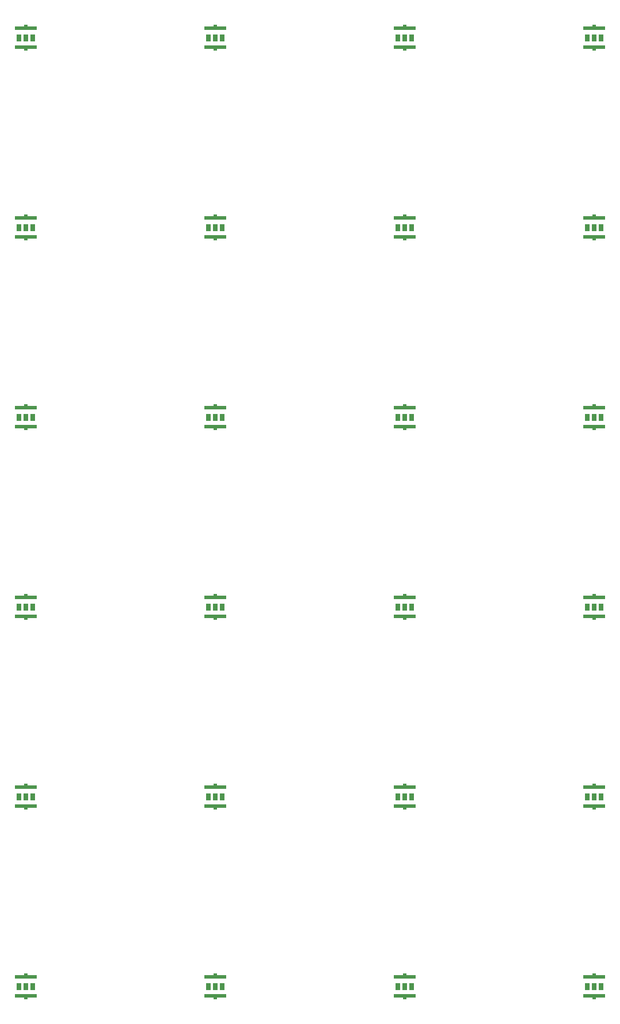
<source format=gbr>
G04 EAGLE Gerber X2 export*
%TF.Part,Single*%
%TF.FileFunction,Paste,Bot*%
%TF.FilePolarity,Positive*%
%TF.GenerationSoftware,Autodesk,EAGLE,8.6.1*%
%TF.CreationDate,2018-02-09T18:52:30Z*%
G75*
%MOMM*%
%FSLAX34Y34*%
%LPD*%
%AMOC8*
5,1,8,0,0,1.08239X$1,22.5*%
G01*
%ADD10R,3.300000X0.500000*%
%ADD11R,0.500000X0.450000*%
%ADD12R,0.750000X1.010000*%


D10*
X1283970Y1549624D03*
D11*
X1283970Y1546374D03*
D10*
X1283970Y1577624D03*
D11*
X1283970Y1580874D03*
D12*
X1283970Y1563624D03*
X1273970Y1563624D03*
X1293970Y1563624D03*
D10*
X1563370Y1549624D03*
D11*
X1563370Y1546374D03*
D10*
X1563370Y1577624D03*
D11*
X1563370Y1580874D03*
D12*
X1563370Y1563624D03*
X1553370Y1563624D03*
X1573370Y1563624D03*
D10*
X1283970Y711424D03*
D11*
X1283970Y708174D03*
D10*
X1283970Y739424D03*
D11*
X1283970Y742674D03*
D12*
X1283970Y725424D03*
X1273970Y725424D03*
X1293970Y725424D03*
D10*
X1004570Y2108424D03*
D11*
X1004570Y2105174D03*
D10*
X1004570Y2136424D03*
D11*
X1004570Y2139674D03*
D12*
X1004570Y2122424D03*
X994570Y2122424D03*
X1014570Y2122424D03*
D10*
X1842770Y1549624D03*
D11*
X1842770Y1546374D03*
D10*
X1842770Y1577624D03*
D11*
X1842770Y1580874D03*
D12*
X1842770Y1563624D03*
X1832770Y1563624D03*
X1852770Y1563624D03*
D10*
X1563370Y990824D03*
D11*
X1563370Y987574D03*
D10*
X1563370Y1018824D03*
D11*
X1563370Y1022074D03*
D12*
X1563370Y1004824D03*
X1553370Y1004824D03*
X1573370Y1004824D03*
D10*
X1283970Y2108424D03*
D11*
X1283970Y2105174D03*
D10*
X1283970Y2136424D03*
D11*
X1283970Y2139674D03*
D12*
X1283970Y2122424D03*
X1273970Y2122424D03*
X1293970Y2122424D03*
D10*
X1004570Y711424D03*
D11*
X1004570Y708174D03*
D10*
X1004570Y739424D03*
D11*
X1004570Y742674D03*
D12*
X1004570Y725424D03*
X994570Y725424D03*
X1014570Y725424D03*
D10*
X1842770Y711424D03*
D11*
X1842770Y708174D03*
D10*
X1842770Y739424D03*
D11*
X1842770Y742674D03*
D12*
X1842770Y725424D03*
X1832770Y725424D03*
X1852770Y725424D03*
D10*
X1563370Y1829024D03*
D11*
X1563370Y1825774D03*
D10*
X1563370Y1857024D03*
D11*
X1563370Y1860274D03*
D12*
X1563370Y1843024D03*
X1553370Y1843024D03*
X1573370Y1843024D03*
D10*
X1283970Y1270224D03*
D11*
X1283970Y1266974D03*
D10*
X1283970Y1298224D03*
D11*
X1283970Y1301474D03*
D12*
X1283970Y1284224D03*
X1273970Y1284224D03*
X1293970Y1284224D03*
D10*
X1563370Y711424D03*
D11*
X1563370Y708174D03*
D10*
X1563370Y739424D03*
D11*
X1563370Y742674D03*
D12*
X1563370Y725424D03*
X1553370Y725424D03*
X1573370Y725424D03*
D10*
X1004570Y1829024D03*
D11*
X1004570Y1825774D03*
D10*
X1004570Y1857024D03*
D11*
X1004570Y1860274D03*
D12*
X1004570Y1843024D03*
X994570Y1843024D03*
X1014570Y1843024D03*
D10*
X1842770Y1270224D03*
D11*
X1842770Y1266974D03*
D10*
X1842770Y1298224D03*
D11*
X1842770Y1301474D03*
D12*
X1842770Y1284224D03*
X1832770Y1284224D03*
X1852770Y1284224D03*
D10*
X1563370Y2108424D03*
D11*
X1563370Y2105174D03*
D10*
X1563370Y2136424D03*
D11*
X1563370Y2139674D03*
D12*
X1563370Y2122424D03*
X1553370Y2122424D03*
X1573370Y2122424D03*
D10*
X1283970Y990824D03*
D11*
X1283970Y987574D03*
D10*
X1283970Y1018824D03*
D11*
X1283970Y1022074D03*
D12*
X1283970Y1004824D03*
X1273970Y1004824D03*
X1293970Y1004824D03*
D10*
X1004570Y1549624D03*
D11*
X1004570Y1546374D03*
D10*
X1004570Y1577624D03*
D11*
X1004570Y1580874D03*
D12*
X1004570Y1563624D03*
X994570Y1563624D03*
X1014570Y1563624D03*
D10*
X1842770Y1829024D03*
D11*
X1842770Y1825774D03*
D10*
X1842770Y1857024D03*
D11*
X1842770Y1860274D03*
D12*
X1842770Y1843024D03*
X1832770Y1843024D03*
X1852770Y1843024D03*
D10*
X1004570Y1270224D03*
D11*
X1004570Y1266974D03*
D10*
X1004570Y1298224D03*
D11*
X1004570Y1301474D03*
D12*
X1004570Y1284224D03*
X994570Y1284224D03*
X1014570Y1284224D03*
D10*
X1842770Y2108424D03*
D11*
X1842770Y2105174D03*
D10*
X1842770Y2136424D03*
D11*
X1842770Y2139674D03*
D12*
X1842770Y2122424D03*
X1832770Y2122424D03*
X1852770Y2122424D03*
D10*
X1563370Y1270224D03*
D11*
X1563370Y1266974D03*
D10*
X1563370Y1298224D03*
D11*
X1563370Y1301474D03*
D12*
X1563370Y1284224D03*
X1553370Y1284224D03*
X1573370Y1284224D03*
D10*
X1283970Y1829024D03*
D11*
X1283970Y1825774D03*
D10*
X1283970Y1857024D03*
D11*
X1283970Y1860274D03*
D12*
X1283970Y1843024D03*
X1273970Y1843024D03*
X1293970Y1843024D03*
D10*
X1004570Y990824D03*
D11*
X1004570Y987574D03*
D10*
X1004570Y1018824D03*
D11*
X1004570Y1022074D03*
D12*
X1004570Y1004824D03*
X994570Y1004824D03*
X1014570Y1004824D03*
D10*
X1842770Y990824D03*
D11*
X1842770Y987574D03*
D10*
X1842770Y1018824D03*
D11*
X1842770Y1022074D03*
D12*
X1842770Y1004824D03*
X1832770Y1004824D03*
X1852770Y1004824D03*
M02*

</source>
